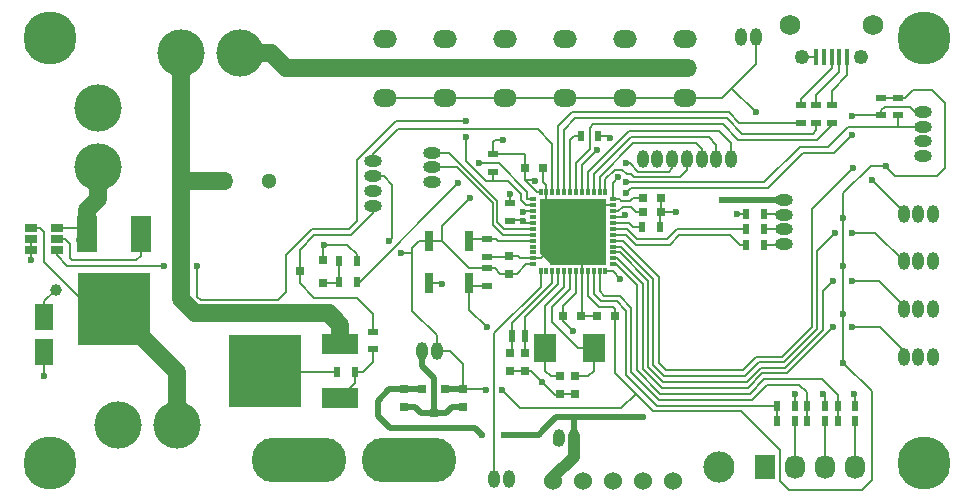
<source format=gbr>
G04 #@! TF.FileFunction,Copper,L1,Top,Signal*
%FSLAX46Y46*%
G04 Gerber Fmt 4.6, Leading zero omitted, Abs format (unit mm)*
G04 Created by KiCad (PCBNEW 4.0.1-3.201512221402+6198~38~ubuntu15.04.1-stable) date Sun 03 Jan 2016 10:59:58 AM EST*
%MOMM*%
G01*
G04 APERTURE LIST*
%ADD10C,0.100000*%
%ADD11R,4.800000X1.200000*%
%ADD12R,0.300000X0.550000*%
%ADD13R,0.550000X0.300000*%
%ADD14R,5.600000X4.600000*%
%ADD15R,1.600200X2.199640*%
%ADD16R,0.750000X0.800000*%
%ADD17R,0.800000X0.750000*%
%ADD18R,0.398780X1.348740*%
%ADD19C,1.750060*%
%ADD20C,1.249680*%
%ADD21O,8.000000X3.800000*%
%ADD22O,1.500000X1.016000*%
%ADD23O,1.016000X1.500000*%
%ADD24O,2.000000X1.500000*%
%ADD25R,0.800100X0.800100*%
%ADD26R,3.048000X1.651000*%
%ADD27R,6.096000X6.096000*%
%ADD28R,1.651000X3.048000*%
%ADD29R,0.500000X0.900000*%
%ADD30R,0.900000X0.500000*%
%ADD31R,0.800100X1.701800*%
%ADD32R,1.060000X0.650000*%
%ADD33R,0.500000X1.000000*%
%ADD34R,1.899920X2.400300*%
%ADD35C,4.000000*%
%ADD36C,4.500000*%
%ADD37C,1.524000*%
%ADD38R,1.727200X2.032000*%
%ADD39O,1.727200X2.032000*%
%ADD40C,2.642000*%
%ADD41R,1.300000X1.300000*%
%ADD42C,1.300000*%
%ADD43C,0.600000*%
%ADD44C,1.000000*%
%ADD45C,0.500000*%
%ADD46C,1.000000*%
%ADD47C,0.200000*%
%ADD48C,1.500000*%
%ADD49C,0.250000*%
G04 APERTURE END LIST*
D10*
G36*
X144500000Y-121205000D02*
X144500000Y-121195000D01*
X145500000Y-120205000D01*
X145500000Y-122195000D01*
X144500000Y-121205000D01*
X144500000Y-121205000D01*
G37*
D11*
X147700000Y-121600000D03*
D12*
X144550000Y-122750000D03*
D13*
X150650000Y-122150000D03*
D12*
X150050000Y-116050000D03*
D13*
X143950000Y-116650000D03*
D14*
X147300000Y-118900000D03*
D12*
X145050000Y-122750000D03*
X145550000Y-122750000D03*
X146050000Y-122750000D03*
X146550000Y-122750000D03*
X147050000Y-122750000D03*
X147550000Y-122750000D03*
X148050000Y-122750000D03*
X148550000Y-122750000D03*
X149050000Y-122750000D03*
X149550000Y-122750000D03*
X150050000Y-122750000D03*
D13*
X150650000Y-121650000D03*
X150650000Y-121150000D03*
X150650000Y-120650000D03*
X150650000Y-120150000D03*
X150650000Y-119650000D03*
X150650000Y-119150000D03*
X150650000Y-118650000D03*
X150650000Y-118150000D03*
X150650000Y-117650000D03*
X150650000Y-117150000D03*
X150650000Y-116650000D03*
D12*
X149550000Y-116050000D03*
X149050000Y-116050000D03*
X148550000Y-116050000D03*
X148050000Y-116050000D03*
X147550000Y-116050000D03*
X147050000Y-116050000D03*
X146550000Y-116050000D03*
X146050000Y-116050000D03*
X145550000Y-116050000D03*
X145050000Y-116050000D03*
X144550000Y-116050000D03*
D13*
X143950000Y-117150000D03*
X143950000Y-117650000D03*
X143950000Y-118150000D03*
X143950000Y-118650000D03*
X143950000Y-119150000D03*
X143950000Y-119650000D03*
X143950000Y-120150000D03*
X143950000Y-120650000D03*
X143950000Y-121150000D03*
X143950000Y-121650000D03*
X143950000Y-122150000D03*
D15*
X102500000Y-126598860D03*
X102500000Y-129601140D03*
D16*
X133000000Y-132750000D03*
X133000000Y-134250000D03*
X138000000Y-132750000D03*
X138000000Y-134250000D03*
D17*
X154750000Y-117700000D03*
X153250000Y-117700000D03*
X147950000Y-126500000D03*
X146450000Y-126500000D03*
D16*
X141900000Y-121450000D03*
X141900000Y-122950000D03*
D17*
X149350000Y-126500000D03*
X150850000Y-126500000D03*
X144750000Y-114000000D03*
X143250000Y-114000000D03*
D16*
X142000000Y-131150000D03*
X142000000Y-129650000D03*
X143200000Y-131150000D03*
X143200000Y-129650000D03*
X146200000Y-133150000D03*
X146200000Y-131650000D03*
X147500000Y-133150000D03*
X147500000Y-131650000D03*
D18*
X170500480Y-104600000D03*
X169850240Y-104600000D03*
X169200000Y-104600000D03*
X168549760Y-104600000D03*
X167899520Y-104600000D03*
D19*
X172700120Y-101899980D03*
D20*
X171699360Y-104600000D03*
X166700640Y-104600000D03*
D19*
X165699880Y-101899980D03*
D21*
X124100000Y-138750000D03*
X133400000Y-138750000D03*
D22*
X135400000Y-112700000D03*
X135400000Y-113950000D03*
X135400000Y-115200000D03*
X176950000Y-109250000D03*
X176950000Y-110500000D03*
X176950000Y-111750000D03*
X176950000Y-113000000D03*
D23*
X175300000Y-130000000D03*
X176550000Y-130000000D03*
X177800000Y-130000000D03*
X175300000Y-125900000D03*
X176550000Y-125900000D03*
X177800000Y-125900000D03*
X175300000Y-121900000D03*
X176550000Y-121900000D03*
X177800000Y-121900000D03*
X175300000Y-117900000D03*
X176550000Y-117900000D03*
X177800000Y-117900000D03*
D24*
X156810000Y-108060000D03*
X156810000Y-105560000D03*
X156810000Y-103060000D03*
X151730000Y-108060000D03*
X151730000Y-105560000D03*
X151730000Y-103060000D03*
X146650000Y-108060000D03*
X146650000Y-105560000D03*
X146650000Y-103060000D03*
X141570000Y-108060000D03*
X141570000Y-105560000D03*
X141570000Y-103060000D03*
X136490000Y-108060000D03*
X136490000Y-105560000D03*
X136490000Y-103060000D03*
X131410000Y-108060000D03*
X131410000Y-105560000D03*
X131410000Y-103060000D03*
D25*
X126150760Y-123700000D03*
X126150760Y-121800000D03*
X124151780Y-122750000D03*
D26*
X127600000Y-133486000D03*
D27*
X121250000Y-131200000D03*
D26*
X127600000Y-128914000D03*
D28*
X110686000Y-119600000D03*
D27*
X108400000Y-125950000D03*
D28*
X106114000Y-119600000D03*
D29*
X129000000Y-121850000D03*
X127500000Y-121850000D03*
X127500000Y-123650000D03*
X129000000Y-123650000D03*
X169700000Y-135450000D03*
X171200000Y-135450000D03*
X167100000Y-135450000D03*
X168600000Y-135450000D03*
X164600000Y-135450000D03*
X166100000Y-135450000D03*
X128850000Y-131300000D03*
X127350000Y-131300000D03*
X171200000Y-134150000D03*
X169700000Y-134150000D03*
X168600000Y-134150000D03*
X167100000Y-134150000D03*
X166100000Y-134150000D03*
X164600000Y-134150000D03*
D30*
X130400000Y-127850000D03*
X130400000Y-129350000D03*
X140500000Y-114350000D03*
X140500000Y-112850000D03*
D29*
X161950000Y-120500000D03*
X163450000Y-120500000D03*
X161950000Y-119200000D03*
X163450000Y-119200000D03*
X161950000Y-117900000D03*
X163450000Y-117900000D03*
X153150000Y-119000000D03*
X154650000Y-119000000D03*
D30*
X174800000Y-109550000D03*
X174800000Y-108050000D03*
X173400000Y-109550000D03*
X173400000Y-108050000D03*
X169200000Y-110150000D03*
X169200000Y-108650000D03*
X167900000Y-110150000D03*
X167900000Y-108650000D03*
X166600000Y-110150000D03*
X166600000Y-108650000D03*
X142000000Y-118450000D03*
X142000000Y-116950000D03*
D29*
X147950000Y-111300000D03*
X149450000Y-111300000D03*
D30*
X140000000Y-122500000D03*
X140000000Y-124000000D03*
X140000000Y-121500000D03*
X140000000Y-120000000D03*
D31*
X138500000Y-123750000D03*
X135096400Y-123750000D03*
X138500000Y-120200000D03*
X135096400Y-120200000D03*
D25*
X136450000Y-132749240D03*
X134550000Y-132749240D03*
X135500000Y-134748220D03*
D32*
X101400000Y-119050000D03*
X101400000Y-120000000D03*
X101400000Y-120950000D03*
X103600000Y-120950000D03*
X103600000Y-119050000D03*
X103600000Y-120000000D03*
D33*
X143250000Y-128200000D03*
X142150000Y-128200000D03*
D34*
X149049780Y-129200000D03*
X144950220Y-129200000D03*
D23*
X162800000Y-102900000D03*
X161550000Y-102900000D03*
D35*
X108750000Y-135750000D03*
X113750000Y-135750000D03*
D23*
X135750000Y-129500000D03*
X134500000Y-129500000D03*
X140600000Y-140300000D03*
X141850000Y-140300000D03*
D36*
X177000000Y-103000000D03*
X177000000Y-139000000D03*
X103000000Y-139000000D03*
D37*
X155800000Y-140500000D03*
X153260000Y-140500000D03*
X150720000Y-140500000D03*
X148180000Y-140500000D03*
X145640000Y-140500000D03*
D17*
X154750000Y-116500000D03*
X153250000Y-116500000D03*
D23*
X147350000Y-136850000D03*
X146100000Y-136850000D03*
D22*
X130400000Y-117200000D03*
X130400000Y-115950000D03*
X130400000Y-114700000D03*
X130400000Y-113450000D03*
D38*
X163550000Y-139350000D03*
D39*
X166090000Y-139350000D03*
X168630000Y-139350000D03*
X171170000Y-139350000D03*
D22*
X165200000Y-116700000D03*
X165200000Y-117950000D03*
X165200000Y-119200000D03*
X165200000Y-120450000D03*
D35*
X119100000Y-104300000D03*
X114100000Y-104300000D03*
X107050000Y-108900000D03*
X107050000Y-113900000D03*
D23*
X153200000Y-113200000D03*
X160700000Y-113200000D03*
X159450000Y-113200000D03*
X158200000Y-113200000D03*
X156950000Y-113200000D03*
X155700000Y-113200000D03*
X154450000Y-113200000D03*
D36*
X103000000Y-103000000D03*
D40*
X159650000Y-139350000D03*
D41*
X117750000Y-115100000D03*
D42*
X121550000Y-115100000D03*
D43*
X139600000Y-136600000D03*
X141500000Y-136600000D03*
X153200000Y-135100000D03*
X150400000Y-111500000D03*
X151100000Y-114800000D03*
X144100000Y-115100000D03*
X132700000Y-121200000D03*
X131700000Y-120200000D03*
X170200000Y-130500000D03*
X170200000Y-126400000D03*
X170200000Y-122300000D03*
X170200000Y-118200000D03*
X141300000Y-132800000D03*
X139900000Y-132800000D03*
X141400000Y-111600000D03*
X138600000Y-116500000D03*
X173800000Y-113800000D03*
X159900000Y-116700000D03*
X156000000Y-117700000D03*
X102500000Y-131600000D03*
X142000000Y-116200000D03*
X144700000Y-132100000D03*
X136200000Y-123800000D03*
X126200000Y-120500000D03*
X147300000Y-119400000D03*
X101400000Y-121800000D03*
X171100000Y-133100000D03*
X168500000Y-133100000D03*
X166100000Y-133100000D03*
X140000000Y-127500000D03*
X147300000Y-127800000D03*
X151700000Y-118000000D03*
X170900000Y-109600000D03*
X170900000Y-111200000D03*
X151800000Y-116100000D03*
X143100000Y-117700000D03*
X151800000Y-115200000D03*
X151800000Y-113600000D03*
X149300000Y-112500000D03*
D44*
X127700000Y-128900000D03*
D43*
X170900000Y-127500000D03*
X169300000Y-127500000D03*
X170900000Y-123600000D03*
X169300000Y-123600000D03*
X170900000Y-119500000D03*
X169500000Y-119500000D03*
X172600000Y-115000000D03*
X171000000Y-114000000D03*
X162800000Y-109300000D03*
X151300000Y-123400000D03*
X137600000Y-115300000D03*
X139300000Y-113600000D03*
X138200000Y-111400000D03*
X138200000Y-110000000D03*
X115500000Y-122300000D03*
X112700000Y-122300000D03*
X161200000Y-117900000D03*
X143100000Y-118500000D03*
D44*
X103500000Y-124300000D03*
X106000000Y-120100000D03*
X121250000Y-131200000D03*
D45*
X147350000Y-136850000D02*
X147350000Y-135150000D01*
X147350000Y-135150000D02*
X147400000Y-135100000D01*
D46*
X145640000Y-140500000D02*
X145640000Y-140160000D01*
X145640000Y-140160000D02*
X147350000Y-138450000D01*
X147350000Y-138450000D02*
X147350000Y-136850000D01*
X145640000Y-140500000D02*
X145640000Y-140310000D01*
D45*
X133000000Y-132750000D02*
X131750000Y-132750000D01*
X130800000Y-133700000D02*
X131750000Y-132750000D01*
X130800000Y-135000000D02*
X130800000Y-133700000D01*
X131800000Y-136000000D02*
X130800000Y-135000000D01*
X139000000Y-136000000D02*
X131800000Y-136000000D01*
X139600000Y-136600000D02*
X139000000Y-136000000D01*
X145900000Y-135100000D02*
X147400000Y-135100000D01*
X141500000Y-136600000D02*
X144400000Y-136600000D01*
X144400000Y-136600000D02*
X144800000Y-136200000D01*
X144800000Y-136200000D02*
X145900000Y-135100000D01*
X147400000Y-135100000D02*
X153200000Y-135100000D01*
X134550000Y-132749240D02*
X133000760Y-132749240D01*
X133000760Y-132749240D02*
X133000000Y-132750000D01*
D47*
X135096400Y-120200000D02*
X134300000Y-120200000D01*
X133700000Y-120800000D02*
X134300000Y-120200000D01*
X133700000Y-120800000D02*
X133700000Y-121200000D01*
X135096400Y-120200000D02*
X136200000Y-120200000D01*
X154100000Y-134600000D02*
X161550000Y-134600000D01*
X152600000Y-133100000D02*
X154100000Y-134600000D01*
X172600000Y-132900000D02*
X170200000Y-130500000D01*
X172600000Y-140450000D02*
X172600000Y-132900000D01*
X171800000Y-141250000D02*
X172600000Y-140450000D01*
X165550000Y-141250000D02*
X171800000Y-141250000D01*
X164800000Y-140500000D02*
X165550000Y-141250000D01*
X164800000Y-137850000D02*
X164800000Y-140500000D01*
X161550000Y-134600000D02*
X164800000Y-137850000D01*
X149450000Y-111300000D02*
X150200000Y-111300000D01*
X150200000Y-111300000D02*
X150400000Y-111500000D01*
X150650000Y-115250000D02*
X150650000Y-116650000D01*
X151100000Y-114800000D02*
X150650000Y-115250000D01*
X143250000Y-115050000D02*
X144050000Y-115050000D01*
X144050000Y-115050000D02*
X144100000Y-115100000D01*
X150650000Y-116650000D02*
X151250000Y-116650000D01*
X152400000Y-116500000D02*
X153250000Y-116500000D01*
X152100000Y-116800000D02*
X152400000Y-116500000D01*
X151400000Y-116800000D02*
X152100000Y-116800000D01*
X151250000Y-116650000D02*
X151400000Y-116800000D01*
X133700000Y-121200000D02*
X132700000Y-121200000D01*
X131700000Y-120200000D02*
X132000000Y-119900000D01*
X132000000Y-119900000D02*
X132000000Y-115400000D01*
X132000000Y-115400000D02*
X131300000Y-114700000D01*
X131300000Y-114700000D02*
X130400000Y-114700000D01*
X173800000Y-113800000D02*
X172500000Y-113800000D01*
X170200000Y-116100000D02*
X170200000Y-118200000D01*
X170200000Y-118200000D02*
X170200000Y-122300000D01*
X170200000Y-122300000D02*
X170200000Y-126400000D01*
X170200000Y-126400000D02*
X170200000Y-130500000D01*
X172500000Y-113800000D02*
X170200000Y-116100000D01*
X141300000Y-132800000D02*
X142800000Y-134300000D01*
X138000000Y-132750000D02*
X139850000Y-132750000D01*
X139850000Y-132750000D02*
X139900000Y-132800000D01*
X151400000Y-134300000D02*
X152600000Y-133100000D01*
X142800000Y-134300000D02*
X151400000Y-134300000D01*
X150850000Y-131350000D02*
X150850000Y-126500000D01*
X152600000Y-133100000D02*
X150850000Y-131350000D01*
X136200000Y-120200000D02*
X136200000Y-118900000D01*
X140500000Y-111800000D02*
X140500000Y-112850000D01*
X140700000Y-111600000D02*
X140500000Y-111800000D01*
X141400000Y-111600000D02*
X140700000Y-111600000D01*
X136200000Y-118900000D02*
X138600000Y-116500000D01*
X173800000Y-113800000D02*
X173800000Y-113900000D01*
X175450000Y-108050000D02*
X174800000Y-108050000D01*
X176100000Y-107400000D02*
X175450000Y-108050000D01*
X177700000Y-107400000D02*
X176100000Y-107400000D01*
X178800000Y-108500000D02*
X177700000Y-107400000D01*
X178800000Y-114000000D02*
X178800000Y-108500000D01*
X178100000Y-114700000D02*
X178800000Y-114000000D01*
X174600000Y-114700000D02*
X178100000Y-114700000D01*
X173800000Y-113900000D02*
X174600000Y-114700000D01*
X143250000Y-114000000D02*
X143250000Y-112850000D01*
X140500000Y-112850000D02*
X141400000Y-112850000D01*
X141400000Y-112850000D02*
X143250000Y-112850000D01*
X148550000Y-122750000D02*
X148550000Y-124850000D01*
X148550000Y-124850000D02*
X149500000Y-125800000D01*
X149500000Y-125800000D02*
X150700000Y-125800000D01*
X150700000Y-125800000D02*
X150850000Y-125950000D01*
X150850000Y-125950000D02*
X150850000Y-126500000D01*
X144550000Y-116050000D02*
X144250000Y-116050000D01*
X144250000Y-116050000D02*
X143250000Y-115050000D01*
X143250000Y-115050000D02*
X143250000Y-114000000D01*
X135750000Y-129500000D02*
X135750000Y-128150000D01*
X133700000Y-126100000D02*
X133700000Y-121200000D01*
X135750000Y-128150000D02*
X133700000Y-126100000D01*
X135750000Y-129500000D02*
X136900000Y-129500000D01*
X136900000Y-129500000D02*
X138000000Y-130600000D01*
X138000000Y-130600000D02*
X138000000Y-132750000D01*
D45*
X136450000Y-132749240D02*
X137999240Y-132749240D01*
X137999240Y-132749240D02*
X138000000Y-132750000D01*
D47*
X140000000Y-122500000D02*
X138496400Y-122500000D01*
X138496400Y-122500000D02*
X136196400Y-120200000D01*
X141900000Y-122950000D02*
X142550000Y-122950000D01*
X143350000Y-122150000D02*
X143950000Y-122150000D01*
X142550000Y-122950000D02*
X143350000Y-122150000D01*
X140000000Y-122500000D02*
X140700000Y-122500000D01*
X141150000Y-122950000D02*
X141900000Y-122950000D01*
X140700000Y-122500000D02*
X141150000Y-122950000D01*
X174800000Y-108050000D02*
X173400000Y-108050000D01*
X101400000Y-119050000D02*
X102150000Y-119050000D01*
X106450000Y-125950000D02*
X108400000Y-125950000D01*
X102500000Y-122000000D02*
X106450000Y-125950000D01*
X102500000Y-119400000D02*
X102500000Y-122000000D01*
X102150000Y-119050000D02*
X102500000Y-119400000D01*
D48*
X113750000Y-135750000D02*
X113750000Y-131300000D01*
X113750000Y-131300000D02*
X108400000Y-125950000D01*
D45*
X146150000Y-137300000D02*
X145900000Y-137300000D01*
D47*
X166100000Y-134150000D02*
X166100000Y-133100000D01*
D45*
X165200000Y-116700000D02*
X159900000Y-116700000D01*
D47*
X148050000Y-122750000D02*
X148050000Y-120150000D01*
X148050000Y-120150000D02*
X147300000Y-119400000D01*
X154750000Y-117700000D02*
X156000000Y-117700000D01*
X154750000Y-116500000D02*
X154750000Y-117700000D01*
X147950000Y-126500000D02*
X149350000Y-126500000D01*
X148050000Y-122750000D02*
X148050000Y-126400000D01*
X148050000Y-126400000D02*
X147950000Y-126500000D01*
X102500000Y-129601140D02*
X102500000Y-131600000D01*
X145050000Y-116050000D02*
X145050000Y-115450000D01*
X144750000Y-115150000D02*
X144750000Y-114000000D01*
X145050000Y-115450000D02*
X144750000Y-115150000D01*
X142000000Y-116950000D02*
X142000000Y-116200000D01*
D45*
X135500000Y-134748220D02*
X135500000Y-131800000D01*
X134500000Y-130800000D02*
X134500000Y-129500000D01*
X135500000Y-131800000D02*
X134500000Y-130800000D01*
X138000000Y-134250000D02*
X137050000Y-134250000D01*
X136551780Y-134748220D02*
X135500000Y-134748220D01*
X137050000Y-134250000D02*
X136551780Y-134748220D01*
X133000000Y-134250000D02*
X133950000Y-134250000D01*
X134448220Y-134748220D02*
X135500000Y-134748220D01*
X133950000Y-134250000D02*
X134448220Y-134748220D01*
D47*
X147500000Y-133150000D02*
X146200000Y-133150000D01*
X146200000Y-133150000D02*
X146150000Y-133200000D01*
X146150000Y-133200000D02*
X145800000Y-133200000D01*
X145800000Y-133200000D02*
X144700000Y-132100000D01*
X144700000Y-132100000D02*
X143750000Y-131150000D01*
X143750000Y-131150000D02*
X142000000Y-131150000D01*
X154650000Y-119000000D02*
X154650000Y-117800000D01*
X154650000Y-117800000D02*
X154750000Y-117700000D01*
X135096400Y-123750000D02*
X136150000Y-123750000D01*
X136150000Y-123750000D02*
X136200000Y-123800000D01*
X141900000Y-121450000D02*
X142650000Y-121450000D01*
X142850000Y-121650000D02*
X143950000Y-121650000D01*
X142650000Y-121450000D02*
X142850000Y-121650000D01*
X140000000Y-121500000D02*
X141850000Y-121500000D01*
X141850000Y-121500000D02*
X141900000Y-121450000D01*
X150650000Y-117150000D02*
X149550000Y-117150000D01*
X149550000Y-117150000D02*
X147300000Y-119400000D01*
X167899520Y-104600000D02*
X166700640Y-104600000D01*
X129000000Y-121850000D02*
X129000000Y-121300000D01*
X126150760Y-120549240D02*
X126200000Y-120500000D01*
X126150760Y-120549240D02*
X126150760Y-121800000D01*
X128200000Y-120500000D02*
X126200000Y-120500000D01*
X129000000Y-121300000D02*
X128200000Y-120500000D01*
X145050000Y-116050000D02*
X145050000Y-117150000D01*
D49*
X145050000Y-117150000D02*
X147300000Y-119400000D01*
X148050000Y-121950000D02*
X147800000Y-121700000D01*
D47*
X143950000Y-121650000D02*
X144550000Y-121650000D01*
X144550000Y-121650000D02*
X145000000Y-121200000D01*
X101400000Y-120000000D02*
X101400000Y-120950000D01*
X101400000Y-120950000D02*
X101400000Y-121800000D01*
X171200000Y-134150000D02*
X171200000Y-133200000D01*
X171200000Y-133200000D02*
X171100000Y-133100000D01*
X168600000Y-134150000D02*
X168600000Y-133200000D01*
X168600000Y-133200000D02*
X168500000Y-133100000D01*
X150650000Y-117650000D02*
X151150000Y-117650000D01*
X152600000Y-117700000D02*
X153250000Y-117700000D01*
X152200000Y-117300000D02*
X152600000Y-117700000D01*
X151500000Y-117300000D02*
X152200000Y-117300000D01*
X151150000Y-117650000D02*
X151500000Y-117300000D01*
X146450000Y-126500000D02*
X146450000Y-126950000D01*
X138500000Y-126000000D02*
X138500000Y-123750000D01*
X140000000Y-127500000D02*
X138500000Y-126000000D01*
X146450000Y-126950000D02*
X147300000Y-127800000D01*
X147550000Y-122750000D02*
X147550000Y-124550000D01*
X146450000Y-125650000D02*
X146450000Y-126500000D01*
X147550000Y-124550000D02*
X146450000Y-125650000D01*
X140000000Y-124000000D02*
X138750000Y-124000000D01*
X138750000Y-124000000D02*
X138500000Y-123750000D01*
X170500480Y-104600000D02*
X170500480Y-106149520D01*
X169200000Y-107450000D02*
X169200000Y-108650000D01*
X170500480Y-106149520D02*
X169200000Y-107450000D01*
X169850240Y-104600000D02*
X169850240Y-105865448D01*
X167900000Y-107815688D02*
X167900000Y-108650000D01*
X169850240Y-105865448D02*
X167900000Y-107815688D01*
X169200000Y-104600000D02*
X169200000Y-105550000D01*
X166600000Y-108150000D02*
X166600000Y-108650000D01*
X169200000Y-105550000D02*
X166600000Y-108150000D01*
X166100000Y-135450000D02*
X166100000Y-139340000D01*
X166100000Y-139340000D02*
X166090000Y-139350000D01*
X168600000Y-135450000D02*
X168600000Y-139320000D01*
X168600000Y-139320000D02*
X168630000Y-139350000D01*
X143950000Y-119150000D02*
X141450000Y-119150000D01*
X136800000Y-112700000D02*
X135400000Y-112700000D01*
X140900000Y-116800000D02*
X136800000Y-112700000D01*
X140900000Y-118600000D02*
X140900000Y-116800000D01*
X141450000Y-119150000D02*
X140900000Y-118600000D01*
X143950000Y-119650000D02*
X141350000Y-119650000D01*
X137450000Y-113950000D02*
X135400000Y-113950000D01*
X140499998Y-116999998D02*
X137450000Y-113950000D01*
X140499998Y-118799998D02*
X140499998Y-116999998D01*
X141350000Y-119650000D02*
X140499998Y-118799998D01*
X163800000Y-115700000D02*
X152200000Y-115700000D01*
X151550000Y-118150000D02*
X151700000Y-118000000D01*
X150650000Y-118150000D02*
X151550000Y-118150000D01*
X170950000Y-109550000D02*
X173400000Y-109550000D01*
X170900000Y-109600000D02*
X170950000Y-109550000D01*
X169400000Y-112700000D02*
X170900000Y-111200000D01*
X166800000Y-112700000D02*
X169400000Y-112700000D01*
X163800000Y-115700000D02*
X166800000Y-112700000D01*
X152200000Y-115700000D02*
X151800000Y-116100000D01*
X176950000Y-109250000D02*
X176250000Y-109250000D01*
X176250000Y-109250000D02*
X175800000Y-108800000D01*
X175800000Y-108800000D02*
X173700000Y-108800000D01*
X173700000Y-108800000D02*
X173400000Y-109100000D01*
X173400000Y-109100000D02*
X173400000Y-109550000D01*
X174800000Y-109550000D02*
X174800000Y-110500000D01*
X176950000Y-110500000D02*
X174800000Y-110500000D01*
X174800000Y-110500000D02*
X170600000Y-110500000D01*
X143150000Y-117650000D02*
X143950000Y-117650000D01*
X143100000Y-117700000D02*
X143150000Y-117650000D01*
X163500000Y-115200000D02*
X151800000Y-115200000D01*
X166500000Y-112200000D02*
X163500000Y-115200000D01*
X168900000Y-112200000D02*
X166500000Y-112200000D01*
X170600000Y-110500000D02*
X168900000Y-112200000D01*
X148550000Y-116050000D02*
X148550000Y-114350000D01*
X160700000Y-111900000D02*
X160700000Y-113200000D01*
X159700000Y-110900000D02*
X160700000Y-111900000D01*
X152000000Y-110900000D02*
X159700000Y-110900000D01*
X148550000Y-114350000D02*
X152000000Y-110900000D01*
X149050000Y-116050000D02*
X149050000Y-114550000D01*
X159450000Y-112050000D02*
X159450000Y-113200000D01*
X158800000Y-111400000D02*
X159450000Y-112050000D01*
X152200000Y-111400000D02*
X158800000Y-111400000D01*
X149050000Y-114550000D02*
X152200000Y-111400000D01*
X149550000Y-116050000D02*
X149550000Y-114750000D01*
X158200000Y-112400000D02*
X158200000Y-113200000D01*
X157700000Y-111900000D02*
X158200000Y-112400000D01*
X152400000Y-111900000D02*
X157700000Y-111900000D01*
X149550000Y-114750000D02*
X152400000Y-111900000D01*
X150050000Y-116050000D02*
X150050000Y-114950000D01*
X156950000Y-114150000D02*
X156950000Y-113200000D01*
X156350000Y-114750000D02*
X156950000Y-114150000D01*
X152450000Y-114750000D02*
X156350000Y-114750000D01*
X152250000Y-114550000D02*
X152450000Y-114750000D01*
X151850000Y-114550000D02*
X152250000Y-114550000D01*
X151450000Y-114150000D02*
X151850000Y-114550000D01*
X150850000Y-114150000D02*
X151450000Y-114150000D01*
X150050000Y-114950000D02*
X150850000Y-114150000D01*
X151800000Y-113600000D02*
X152100000Y-113600000D01*
X155700000Y-114000000D02*
X155400000Y-114300000D01*
X155400000Y-114300000D02*
X152800000Y-114300000D01*
X149300000Y-112500000D02*
X148050000Y-113750000D01*
X148050000Y-116050000D02*
X148050000Y-113750000D01*
X155700000Y-114000000D02*
X155700000Y-113200000D01*
X152100000Y-113600000D02*
X152800000Y-114300000D01*
D48*
X117750000Y-115100000D02*
X114100000Y-115100000D01*
X127600000Y-128914000D02*
X127600000Y-127300000D01*
X114100000Y-125100000D02*
X114100000Y-115100000D01*
X114100000Y-115100000D02*
X114100000Y-104300000D01*
X115300000Y-126300000D02*
X114100000Y-125100000D01*
X126600000Y-126300000D02*
X115300000Y-126300000D01*
X127600000Y-127300000D02*
X126600000Y-126300000D01*
X127600000Y-128914000D02*
X127114000Y-128914000D01*
X127700000Y-128900000D02*
X127686000Y-128914000D01*
X127686000Y-128914000D02*
X127600000Y-128914000D01*
D47*
X175300000Y-130000000D02*
X175300000Y-129500000D01*
X175300000Y-129500000D02*
X173300000Y-127500000D01*
X173300000Y-127500000D02*
X170900000Y-127500000D01*
X169300000Y-127500000D02*
X165400000Y-131400000D01*
X165400000Y-131400000D02*
X163300000Y-131400000D01*
X163300000Y-131400000D02*
X162100000Y-132600000D01*
X162100000Y-132600000D02*
X154800000Y-132600000D01*
X154800000Y-132600000D02*
X153200000Y-131000000D01*
X153200000Y-131000000D02*
X153200000Y-123800000D01*
X153200000Y-123800000D02*
X151050000Y-121650000D01*
X151050000Y-121650000D02*
X150650000Y-121650000D01*
X150650000Y-121150000D02*
X151250000Y-121150000D01*
X173200000Y-123600000D02*
X175300000Y-125700000D01*
X170900000Y-123600000D02*
X173200000Y-123600000D01*
X168500000Y-124400000D02*
X169300000Y-123600000D01*
X168500000Y-127700000D02*
X168500000Y-124400000D01*
X165282844Y-130917156D02*
X168500000Y-127700000D01*
X163182844Y-130917156D02*
X165282844Y-130917156D01*
X162000000Y-132100000D02*
X163182844Y-130917156D01*
X154900002Y-132100000D02*
X162000000Y-132100000D01*
X153632844Y-130832842D02*
X154900002Y-132100000D01*
X153632844Y-123532844D02*
X153632844Y-130832842D01*
X151250000Y-121150000D02*
X153632844Y-123532844D01*
X175300000Y-125700000D02*
X175300000Y-125900000D01*
X150650000Y-120650000D02*
X151350000Y-120650000D01*
X172900000Y-119500000D02*
X175300000Y-121900000D01*
X170900000Y-119500000D02*
X172900000Y-119500000D01*
X168000000Y-121000000D02*
X169500000Y-119500000D01*
X168000000Y-127600000D02*
X168000000Y-121000000D01*
X165132844Y-130467156D02*
X168000000Y-127600000D01*
X163032844Y-130467156D02*
X165132844Y-130467156D01*
X161900000Y-131600000D02*
X163032844Y-130467156D01*
X155000002Y-131600000D02*
X161900000Y-131600000D01*
X154100000Y-130699998D02*
X155000002Y-131600000D01*
X154100000Y-123400000D02*
X154100000Y-130699998D01*
X151350000Y-120650000D02*
X154100000Y-123400000D01*
X175300000Y-117900000D02*
X175300000Y-117700000D01*
X175300000Y-117700000D02*
X172600000Y-115000000D01*
X171000000Y-114000000D02*
X167500000Y-117500000D01*
X167500000Y-117500000D02*
X167500000Y-127467154D01*
X167500000Y-127467154D02*
X164967154Y-130000000D01*
X164967154Y-130000000D02*
X162800000Y-130000000D01*
X162800000Y-130000000D02*
X161700000Y-131100000D01*
X161700000Y-131100000D02*
X155200000Y-131100000D01*
X155200000Y-131100000D02*
X154600000Y-130500000D01*
X154600000Y-130500000D02*
X154600000Y-123200000D01*
X154600000Y-123200000D02*
X151550000Y-120150000D01*
X151550000Y-120150000D02*
X150650000Y-120150000D01*
X150050000Y-122750000D02*
X150650000Y-122750000D01*
X160800000Y-107300000D02*
X160700000Y-107300000D01*
X162800000Y-109300000D02*
X160800000Y-107300000D01*
X150650000Y-122750000D02*
X151300000Y-123400000D01*
X131410000Y-108060000D02*
X136490000Y-108060000D01*
X136490000Y-108060000D02*
X141570000Y-108060000D01*
X141570000Y-108060000D02*
X146650000Y-108060000D01*
X146650000Y-108060000D02*
X151730000Y-108060000D01*
X151730000Y-108060000D02*
X156810000Y-108060000D01*
X156810000Y-108060000D02*
X156850000Y-108100000D01*
X156850000Y-108100000D02*
X159900000Y-108100000D01*
X159900000Y-108100000D02*
X160700000Y-107300000D01*
X160700000Y-107300000D02*
X162800000Y-105200000D01*
X162800000Y-105200000D02*
X162800000Y-102900000D01*
X147050000Y-116050000D02*
X147050000Y-111650000D01*
X147400000Y-111300000D02*
X147950000Y-111300000D01*
X147050000Y-111650000D02*
X147400000Y-111300000D01*
X169200000Y-110150000D02*
X169200000Y-110400000D01*
X169200000Y-110400000D02*
X168000000Y-111600000D01*
X168000000Y-111600000D02*
X161299998Y-111600000D01*
X161299998Y-111600000D02*
X159999998Y-110300000D01*
X159999998Y-110300000D02*
X149000000Y-110300000D01*
X149000000Y-110300000D02*
X148700000Y-110600000D01*
X148700000Y-110600000D02*
X148700000Y-112400000D01*
X148700000Y-112400000D02*
X147550000Y-113550000D01*
X147550000Y-113550000D02*
X147550000Y-116050000D01*
X144550000Y-122750000D02*
X144550000Y-124050000D01*
X140600000Y-128000000D02*
X140600000Y-140300000D01*
X144550000Y-124050000D02*
X140600000Y-128000000D01*
X127500000Y-121850000D02*
X127500000Y-123650000D01*
X126150760Y-123700000D02*
X127450000Y-123700000D01*
X127450000Y-123700000D02*
X127500000Y-123650000D01*
X124151780Y-122750000D02*
X124151780Y-123751780D01*
X130400000Y-126400000D02*
X130400000Y-127850000D01*
X129000000Y-125000000D02*
X130400000Y-126400000D01*
X125400000Y-125000000D02*
X129000000Y-125000000D01*
X124151780Y-123751780D02*
X125400000Y-125000000D01*
X130400000Y-117200000D02*
X130400000Y-117800000D01*
X124151780Y-120948220D02*
X124151780Y-122750000D01*
X125400000Y-119700000D02*
X124151780Y-120948220D01*
X128500000Y-119700000D02*
X125400000Y-119700000D01*
X130400000Y-117800000D02*
X128500000Y-119700000D01*
X128850000Y-131300000D02*
X128850000Y-132236000D01*
X128850000Y-132236000D02*
X127600000Y-133486000D01*
X130400000Y-129350000D02*
X130400000Y-130400000D01*
X129500000Y-131300000D02*
X128850000Y-131300000D01*
X130400000Y-130400000D02*
X129500000Y-131300000D01*
X103600000Y-120000000D02*
X104300000Y-120000000D01*
X110686000Y-121414000D02*
X110686000Y-119600000D01*
X110300000Y-121800000D02*
X110686000Y-121414000D01*
X104900000Y-121800000D02*
X110300000Y-121800000D01*
X104700000Y-121600000D02*
X104900000Y-121800000D01*
X104700000Y-120400000D02*
X104700000Y-121600000D01*
X104300000Y-120000000D02*
X104700000Y-120400000D01*
X143950000Y-116650000D02*
X143450000Y-116650000D01*
X137600000Y-115300000D02*
X129250000Y-123650000D01*
X141000000Y-113600000D02*
X139300000Y-113600000D01*
X143400000Y-116000000D02*
X141000000Y-113600000D01*
X143400000Y-116600000D02*
X143400000Y-116000000D01*
X143450000Y-116650000D02*
X143400000Y-116600000D01*
X129250000Y-123650000D02*
X129000000Y-123650000D01*
X163500000Y-131900000D02*
X168400000Y-131900000D01*
X150950000Y-122150000D02*
X152700000Y-123900000D01*
X152700000Y-123900000D02*
X152700000Y-131099998D01*
X152700000Y-131099998D02*
X154700002Y-133100000D01*
X154700002Y-133100000D02*
X162300000Y-133100000D01*
X162300000Y-133100000D02*
X163500000Y-131900000D01*
X168400000Y-131900000D02*
X169700000Y-133200000D01*
X169700000Y-134150000D02*
X169700000Y-133200000D01*
X150950000Y-122150000D02*
X150650000Y-122150000D01*
X169700000Y-134150000D02*
X169700000Y-135450000D01*
X149550000Y-122750000D02*
X149550000Y-124450000D01*
X167100000Y-133000000D02*
X167100000Y-134150000D01*
X166450000Y-132350000D02*
X167100000Y-133000000D01*
X163750000Y-132350000D02*
X166450000Y-132350000D01*
X162450000Y-133650000D02*
X163750000Y-132350000D01*
X154600000Y-133650000D02*
X162450000Y-133650000D01*
X152250000Y-131300000D02*
X154600000Y-133650000D01*
X152250000Y-125850000D02*
X152250000Y-131300000D01*
X151250000Y-124850000D02*
X152250000Y-125850000D01*
X149950000Y-124850000D02*
X151250000Y-124850000D01*
X149550000Y-124450000D02*
X149950000Y-124850000D01*
X167100000Y-134150000D02*
X167100000Y-135450000D01*
X164600000Y-134150000D02*
X164600000Y-135450000D01*
X149050000Y-122750000D02*
X149050000Y-124649998D01*
X154450000Y-134150000D02*
X164600000Y-134150000D01*
X151800000Y-131500000D02*
X154450000Y-134150000D01*
X151800000Y-126100000D02*
X151800000Y-131500000D01*
X151000000Y-125300000D02*
X151800000Y-126100000D01*
X149700002Y-125300000D02*
X151000000Y-125300000D01*
X149050000Y-124649998D02*
X149700002Y-125300000D01*
X103600000Y-120950000D02*
X103600000Y-121400000D01*
X139900000Y-115100000D02*
X140500000Y-115100000D01*
X138200000Y-113400000D02*
X139900000Y-115100000D01*
X138200000Y-111400000D02*
X138200000Y-113400000D01*
X132300000Y-110000000D02*
X138200000Y-110000000D01*
X129000000Y-113300000D02*
X132300000Y-110000000D01*
X129000000Y-118500000D02*
X129000000Y-113300000D01*
X128300000Y-119200000D02*
X129000000Y-118500000D01*
X125200000Y-119200000D02*
X128300000Y-119200000D01*
X123000000Y-121400000D02*
X125200000Y-119200000D01*
X123000000Y-124500000D02*
X123000000Y-121400000D01*
X122300000Y-125200000D02*
X123000000Y-124500000D01*
X115800000Y-125200000D02*
X122300000Y-125200000D01*
X115500000Y-124900000D02*
X115800000Y-125200000D01*
X115500000Y-122300000D02*
X115500000Y-124900000D01*
X104500000Y-122300000D02*
X112700000Y-122300000D01*
X103600000Y-121400000D02*
X104500000Y-122300000D01*
X143950000Y-117150000D02*
X143350000Y-117150000D01*
X141800000Y-115100000D02*
X140500000Y-115100000D01*
X142900000Y-116200000D02*
X141800000Y-115100000D01*
X142900000Y-116700000D02*
X142900000Y-116200000D01*
X143350000Y-117150000D02*
X142900000Y-116700000D01*
X140500000Y-114350000D02*
X140500000Y-115100000D01*
X150650000Y-119650000D02*
X151750000Y-119650000D01*
X152600000Y-120500000D02*
X155500000Y-120500000D01*
X155500000Y-120500000D02*
X156300000Y-119700000D01*
X156300000Y-119700000D02*
X160600000Y-119700000D01*
X160600000Y-119700000D02*
X161400000Y-120500000D01*
X161400000Y-120500000D02*
X161950000Y-120500000D01*
X151750000Y-119650000D02*
X152600000Y-120500000D01*
X150650000Y-119150000D02*
X151850000Y-119150000D01*
X156100000Y-119200000D02*
X155300000Y-120000000D01*
X155300000Y-120000000D02*
X152700000Y-120000000D01*
X156100000Y-119200000D02*
X161950000Y-119200000D01*
X151850000Y-119150000D02*
X152700000Y-120000000D01*
X143000000Y-118400000D02*
X142050000Y-118400000D01*
X142050000Y-118400000D02*
X142000000Y-118450000D01*
X161950000Y-117900000D02*
X161200000Y-117900000D01*
X143250000Y-118650000D02*
X143000000Y-118400000D01*
X143000000Y-118400000D02*
X143100000Y-118500000D01*
X143250000Y-118650000D02*
X143950000Y-118650000D01*
X150650000Y-118650000D02*
X152050000Y-118650000D01*
X152400000Y-119000000D02*
X153150000Y-119000000D01*
X152050000Y-118650000D02*
X152400000Y-119000000D01*
X146550000Y-116050000D02*
X146550000Y-110750000D01*
X167900000Y-110800000D02*
X167900000Y-110150000D01*
X167600000Y-111100000D02*
X167900000Y-110800000D01*
X161600000Y-111100000D02*
X167600000Y-111100000D01*
X160300000Y-109800000D02*
X161600000Y-111100000D01*
X147500000Y-109800000D02*
X160300000Y-109800000D01*
X146550000Y-110750000D02*
X147500000Y-109800000D01*
X166600000Y-110150000D02*
X161350000Y-110150000D01*
X146050000Y-110450000D02*
X146050000Y-116050000D01*
X147200000Y-109300000D02*
X146050000Y-110450000D01*
X160500000Y-109300000D02*
X147200000Y-109300000D01*
X161350000Y-110150000D02*
X160500000Y-109300000D01*
X143950000Y-120150000D02*
X140950000Y-120150000D01*
X140800000Y-120000000D02*
X140000000Y-120000000D01*
X140950000Y-120150000D02*
X140800000Y-120000000D01*
X140000000Y-120000000D02*
X138700000Y-120000000D01*
X138700000Y-120000000D02*
X138500000Y-120200000D01*
X130400000Y-113450000D02*
X130400000Y-112800000D01*
X145550000Y-111950000D02*
X145550000Y-116050000D01*
X144300000Y-110700000D02*
X145550000Y-111950000D01*
X132500000Y-110700000D02*
X144300000Y-110700000D01*
X130400000Y-112800000D02*
X132500000Y-110700000D01*
D48*
X106114000Y-119600000D02*
X106114000Y-117586000D01*
X107050000Y-116650000D02*
X107050000Y-113900000D01*
X106114000Y-117586000D02*
X107050000Y-116650000D01*
D47*
X102500000Y-126598860D02*
X102500000Y-125300000D01*
X102500000Y-125300000D02*
X103500000Y-124300000D01*
D48*
X106000000Y-120100000D02*
X106114000Y-119986000D01*
X106114000Y-119986000D02*
X106114000Y-119600000D01*
D47*
X103600000Y-119050000D02*
X105564000Y-119050000D01*
X105564000Y-119050000D02*
X106114000Y-119600000D01*
X127350000Y-131300000D02*
X121350000Y-131300000D01*
D48*
X121350000Y-131300000D02*
X121250000Y-131200000D01*
X119100000Y-104300000D02*
X121700000Y-104300000D01*
X122960000Y-105560000D02*
X131410000Y-105560000D01*
X121700000Y-104300000D02*
X122960000Y-105560000D01*
X131410000Y-105560000D02*
X136490000Y-105560000D01*
X136490000Y-105560000D02*
X141570000Y-105560000D01*
X141570000Y-105560000D02*
X146650000Y-105560000D01*
X146650000Y-105560000D02*
X151730000Y-105560000D01*
X151730000Y-105560000D02*
X156810000Y-105560000D01*
D47*
X142150000Y-128200000D02*
X142150000Y-129500000D01*
X142150000Y-129500000D02*
X142000000Y-129650000D01*
X145550000Y-122750000D02*
X145550000Y-123750000D01*
X142150000Y-127150000D02*
X142150000Y-128200000D01*
X145550000Y-123750000D02*
X142150000Y-127150000D01*
X143250000Y-128200000D02*
X143250000Y-129600000D01*
X143250000Y-129600000D02*
X143200000Y-129650000D01*
X146050000Y-122750000D02*
X146050000Y-123850000D01*
X143250000Y-126650000D02*
X143250000Y-128200000D01*
X146050000Y-123850000D02*
X143250000Y-126650000D01*
X144950220Y-129200000D02*
X144950220Y-131150220D01*
X145450000Y-131650000D02*
X146200000Y-131650000D01*
X144950220Y-131150220D02*
X145450000Y-131650000D01*
X146550000Y-122750000D02*
X146550000Y-124050000D01*
X144950220Y-125649780D02*
X144950220Y-129200000D01*
X146550000Y-124050000D02*
X144950220Y-125649780D01*
X149049780Y-129200000D02*
X149049780Y-131150220D01*
X148550000Y-131650000D02*
X147500000Y-131650000D01*
X149049780Y-131150220D02*
X148550000Y-131650000D01*
X147050000Y-122750000D02*
X147050000Y-124250000D01*
X147700000Y-129200000D02*
X149049780Y-129200000D01*
X145500000Y-127000000D02*
X147700000Y-129200000D01*
X145500000Y-125800000D02*
X145500000Y-127000000D01*
X147050000Y-124250000D02*
X145500000Y-125800000D01*
X163450000Y-117900000D02*
X165150000Y-117900000D01*
X165150000Y-117900000D02*
X165200000Y-117950000D01*
X163450000Y-119200000D02*
X165200000Y-119200000D01*
X163450000Y-120500000D02*
X165150000Y-120500000D01*
X165150000Y-120500000D02*
X165200000Y-120450000D01*
X171200000Y-135450000D02*
X171200000Y-139320000D01*
X171200000Y-139320000D02*
X171170000Y-139350000D01*
M02*

</source>
